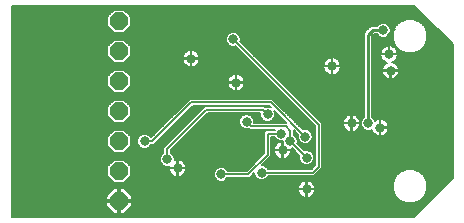
<source format=gbl>
G75*
%MOIN*%
%OFA0B0*%
%FSLAX25Y25*%
%IPPOS*%
%LPD*%
%AMOC8*
5,1,8,0,0,1.08239X$1,22.5*
%
%ADD10OC8,0.05937*%
%ADD11C,0.00600*%
%ADD12C,0.03200*%
%ADD13C,0.01000*%
D10*
X0040300Y0015500D03*
X0040300Y0025500D03*
X0040300Y0035500D03*
X0040300Y0045500D03*
X0040300Y0055500D03*
X0040300Y0065500D03*
X0040300Y0075500D03*
D11*
X0004600Y0010300D02*
X0138554Y0010300D01*
X0151500Y0023246D01*
X0151500Y0067754D01*
X0138554Y0080700D01*
X0004600Y0080700D01*
X0004600Y0010300D01*
X0004600Y0010786D02*
X0139041Y0010786D01*
X0139639Y0011385D02*
X0042221Y0011385D01*
X0042068Y0011231D02*
X0044568Y0013732D01*
X0044568Y0015200D01*
X0040600Y0015200D01*
X0040600Y0015800D01*
X0040000Y0015800D01*
X0040000Y0019768D01*
X0038532Y0019768D01*
X0036031Y0017268D01*
X0036031Y0015800D01*
X0040000Y0015800D01*
X0040000Y0015200D01*
X0036031Y0015200D01*
X0036031Y0013732D01*
X0038532Y0011231D01*
X0040000Y0011231D01*
X0040000Y0015200D01*
X0040600Y0015200D01*
X0040600Y0011231D01*
X0042068Y0011231D01*
X0042820Y0011983D02*
X0140238Y0011983D01*
X0140836Y0012582D02*
X0043418Y0012582D01*
X0044017Y0013180D02*
X0141435Y0013180D01*
X0142033Y0013779D02*
X0044568Y0013779D01*
X0044568Y0014377D02*
X0142632Y0014377D01*
X0143230Y0014976D02*
X0138955Y0014976D01*
X0138441Y0014763D02*
X0140550Y0015636D01*
X0142164Y0017250D01*
X0143037Y0019359D01*
X0143037Y0021641D01*
X0142164Y0023750D01*
X0140550Y0025364D01*
X0138441Y0026237D01*
X0136159Y0026237D01*
X0134050Y0025364D01*
X0132436Y0023750D01*
X0131563Y0021641D01*
X0131563Y0019359D01*
X0132436Y0017250D01*
X0134050Y0015636D01*
X0136159Y0014763D01*
X0138441Y0014763D01*
X0140400Y0015574D02*
X0143829Y0015574D01*
X0144427Y0016173D02*
X0141086Y0016173D01*
X0141685Y0016771D02*
X0145026Y0016771D01*
X0145624Y0017370D02*
X0142213Y0017370D01*
X0142461Y0017968D02*
X0146223Y0017968D01*
X0146821Y0018567D02*
X0142709Y0018567D01*
X0142957Y0019166D02*
X0147420Y0019166D01*
X0148018Y0019764D02*
X0143037Y0019764D01*
X0143037Y0020363D02*
X0148617Y0020363D01*
X0149215Y0020961D02*
X0143037Y0020961D01*
X0143037Y0021560D02*
X0149814Y0021560D01*
X0150412Y0022158D02*
X0142823Y0022158D01*
X0142575Y0022757D02*
X0151011Y0022757D01*
X0151500Y0023355D02*
X0142327Y0023355D01*
X0141960Y0023954D02*
X0151500Y0023954D01*
X0151500Y0024552D02*
X0141361Y0024552D01*
X0140763Y0025151D02*
X0151500Y0025151D01*
X0151500Y0025749D02*
X0139619Y0025749D01*
X0134981Y0025749D02*
X0107246Y0025749D01*
X0106648Y0025151D02*
X0133837Y0025151D01*
X0133239Y0024552D02*
X0106049Y0024552D01*
X0106000Y0024503D02*
X0108000Y0026503D01*
X0108000Y0041497D01*
X0107297Y0042200D01*
X0080710Y0068787D01*
X0080800Y0069003D01*
X0080800Y0069997D01*
X0080419Y0070916D01*
X0079716Y0071619D01*
X0078797Y0072000D01*
X0077803Y0072000D01*
X0076884Y0071619D01*
X0076181Y0070916D01*
X0075800Y0069997D01*
X0075800Y0069003D01*
X0076181Y0068084D01*
X0076884Y0067381D01*
X0077803Y0067000D01*
X0078797Y0067000D01*
X0079013Y0067090D01*
X0105600Y0040503D01*
X0105600Y0027497D01*
X0104303Y0026200D01*
X0090009Y0026200D01*
X0089919Y0026416D01*
X0089216Y0027119D01*
X0088297Y0027500D01*
X0087997Y0027500D01*
X0091000Y0030503D01*
X0091000Y0036800D01*
X0092091Y0036800D01*
X0092181Y0036584D01*
X0092884Y0035881D01*
X0093803Y0035500D01*
X0094797Y0035500D01*
X0094800Y0035501D01*
X0094800Y0035003D01*
X0094900Y0034761D01*
X0094900Y0032600D01*
X0097700Y0032600D01*
X0097700Y0032786D01*
X0097657Y0033000D01*
X0097797Y0033000D01*
X0098013Y0033090D01*
X0100390Y0030713D01*
X0100300Y0030497D01*
X0100300Y0029503D01*
X0100681Y0028584D01*
X0101384Y0027881D01*
X0102303Y0027500D01*
X0103297Y0027500D01*
X0104216Y0027881D01*
X0104919Y0028584D01*
X0105300Y0029503D01*
X0105300Y0030497D01*
X0104919Y0031416D01*
X0104216Y0032119D01*
X0103297Y0032500D01*
X0102303Y0032500D01*
X0102087Y0032410D01*
X0099710Y0034787D01*
X0099800Y0035003D01*
X0099800Y0035997D01*
X0099419Y0036916D01*
X0098716Y0037619D01*
X0098500Y0037709D01*
X0098500Y0039103D01*
X0099890Y0037713D01*
X0099800Y0037497D01*
X0099800Y0036503D01*
X0100181Y0035584D01*
X0100884Y0034881D01*
X0101803Y0034500D01*
X0102797Y0034500D01*
X0103716Y0034881D01*
X0104419Y0035584D01*
X0104800Y0036503D01*
X0104800Y0037497D01*
X0104419Y0038416D01*
X0103716Y0039119D01*
X0102797Y0039500D01*
X0101803Y0039500D01*
X0101587Y0039410D01*
X0091297Y0049700D01*
X0063803Y0049700D01*
X0050949Y0036846D01*
X0050919Y0036916D01*
X0050216Y0037619D01*
X0049297Y0038000D01*
X0048303Y0038000D01*
X0047384Y0037619D01*
X0046681Y0036916D01*
X0046300Y0035997D01*
X0046300Y0035003D01*
X0046681Y0034084D01*
X0047384Y0033381D01*
X0048303Y0033000D01*
X0049297Y0033000D01*
X0050216Y0033381D01*
X0050919Y0034084D01*
X0051009Y0034300D01*
X0051797Y0034300D01*
X0052500Y0035003D01*
X0064797Y0047300D01*
X0090303Y0047300D01*
X0090819Y0046784D01*
X0090297Y0047000D01*
X0089303Y0047000D01*
X0089087Y0046910D01*
X0088797Y0047200D01*
X0068803Y0047200D01*
X0055803Y0034200D01*
X0055100Y0033497D01*
X0055100Y0031709D01*
X0054884Y0031619D01*
X0054181Y0030916D01*
X0053800Y0029997D01*
X0053800Y0029003D01*
X0054181Y0028084D01*
X0054884Y0027381D01*
X0055803Y0027000D01*
X0056797Y0027000D01*
X0056956Y0027066D01*
X0056900Y0026786D01*
X0056900Y0026600D01*
X0059700Y0026600D01*
X0059700Y0029400D01*
X0059514Y0029400D01*
X0058954Y0029289D01*
X0058800Y0029225D01*
X0058800Y0029997D01*
X0058419Y0030916D01*
X0057716Y0031619D01*
X0057500Y0031709D01*
X0057500Y0032503D01*
X0069797Y0044800D01*
X0087300Y0044800D01*
X0087300Y0044003D01*
X0087681Y0043084D01*
X0088384Y0042381D01*
X0089303Y0042000D01*
X0090297Y0042000D01*
X0091216Y0042381D01*
X0091919Y0043084D01*
X0092300Y0044003D01*
X0092300Y0044997D01*
X0092084Y0045519D01*
X0095903Y0041700D01*
X0085300Y0041700D01*
X0085300Y0042497D01*
X0084919Y0043416D01*
X0084216Y0044119D01*
X0083297Y0044500D01*
X0082303Y0044500D01*
X0081384Y0044119D01*
X0080681Y0043416D01*
X0080300Y0042497D01*
X0080300Y0041503D01*
X0080681Y0040584D01*
X0081384Y0039881D01*
X0082303Y0039500D01*
X0083297Y0039500D01*
X0083513Y0039590D01*
X0083803Y0039300D01*
X0092133Y0039300D01*
X0092091Y0039200D01*
X0089303Y0039200D01*
X0088600Y0038497D01*
X0088600Y0031497D01*
X0082803Y0025700D01*
X0076509Y0025700D01*
X0076419Y0025916D01*
X0075716Y0026619D01*
X0074797Y0027000D01*
X0073803Y0027000D01*
X0072884Y0026619D01*
X0072181Y0025916D01*
X0071800Y0024997D01*
X0071800Y0024003D01*
X0072181Y0023084D01*
X0072884Y0022381D01*
X0073803Y0022000D01*
X0074797Y0022000D01*
X0075716Y0022381D01*
X0076419Y0023084D01*
X0076509Y0023300D01*
X0083797Y0023300D01*
X0084500Y0024003D01*
X0085300Y0024803D01*
X0085300Y0024503D01*
X0085681Y0023584D01*
X0086384Y0022881D01*
X0087303Y0022500D01*
X0088297Y0022500D01*
X0089216Y0022881D01*
X0089919Y0023584D01*
X0090009Y0023800D01*
X0105297Y0023800D01*
X0106000Y0024503D01*
X0105451Y0023954D02*
X0132640Y0023954D01*
X0132273Y0023355D02*
X0089691Y0023355D01*
X0088917Y0022757D02*
X0132025Y0022757D01*
X0131777Y0022158D02*
X0103961Y0022158D01*
X0104174Y0022070D02*
X0103646Y0022289D01*
X0103086Y0022400D01*
X0102900Y0022400D01*
X0102900Y0019600D01*
X0105700Y0019600D01*
X0105700Y0019786D01*
X0105589Y0020346D01*
X0105370Y0020874D01*
X0105053Y0021349D01*
X0104649Y0021753D01*
X0104174Y0022070D01*
X0104842Y0021560D02*
X0131563Y0021560D01*
X0131563Y0020961D02*
X0105312Y0020961D01*
X0105582Y0020363D02*
X0131563Y0020363D01*
X0131563Y0019764D02*
X0105700Y0019764D01*
X0105700Y0019400D02*
X0102900Y0019400D01*
X0102900Y0019600D01*
X0102700Y0019600D01*
X0102700Y0022400D01*
X0102514Y0022400D01*
X0101954Y0022289D01*
X0101426Y0022070D01*
X0100951Y0021753D01*
X0100547Y0021349D01*
X0100230Y0020874D01*
X0100011Y0020346D01*
X0099900Y0019786D01*
X0099900Y0019600D01*
X0102700Y0019600D01*
X0102700Y0019400D01*
X0102900Y0019400D01*
X0102900Y0016600D01*
X0103086Y0016600D01*
X0103646Y0016711D01*
X0104174Y0016930D01*
X0104649Y0017247D01*
X0105053Y0017651D01*
X0105370Y0018126D01*
X0105589Y0018654D01*
X0105700Y0019214D01*
X0105700Y0019400D01*
X0105690Y0019166D02*
X0131643Y0019166D01*
X0131891Y0018567D02*
X0105552Y0018567D01*
X0105264Y0017968D02*
X0132139Y0017968D01*
X0132387Y0017370D02*
X0104771Y0017370D01*
X0103791Y0016771D02*
X0132915Y0016771D01*
X0133514Y0016173D02*
X0044568Y0016173D01*
X0044568Y0015800D02*
X0044568Y0017268D01*
X0042068Y0019768D01*
X0040600Y0019768D01*
X0040600Y0015800D01*
X0044568Y0015800D01*
X0044568Y0014976D02*
X0135645Y0014976D01*
X0134200Y0015574D02*
X0040600Y0015574D01*
X0040600Y0014976D02*
X0040000Y0014976D01*
X0040000Y0015574D02*
X0004600Y0015574D01*
X0004600Y0014976D02*
X0036031Y0014976D01*
X0036031Y0014377D02*
X0004600Y0014377D01*
X0004600Y0013779D02*
X0036031Y0013779D01*
X0036583Y0013180D02*
X0004600Y0013180D01*
X0004600Y0012582D02*
X0037182Y0012582D01*
X0037780Y0011983D02*
X0004600Y0011983D01*
X0004600Y0011385D02*
X0038379Y0011385D01*
X0040000Y0011385D02*
X0040600Y0011385D01*
X0040600Y0011983D02*
X0040000Y0011983D01*
X0040000Y0012582D02*
X0040600Y0012582D01*
X0040600Y0013180D02*
X0040000Y0013180D01*
X0040000Y0013779D02*
X0040600Y0013779D01*
X0040600Y0014377D02*
X0040000Y0014377D01*
X0040000Y0016173D02*
X0040600Y0016173D01*
X0040600Y0016771D02*
X0040000Y0016771D01*
X0040000Y0017370D02*
X0040600Y0017370D01*
X0040600Y0017968D02*
X0040000Y0017968D01*
X0040000Y0018567D02*
X0040600Y0018567D01*
X0040600Y0019166D02*
X0040000Y0019166D01*
X0040000Y0019764D02*
X0040600Y0019764D01*
X0042073Y0019764D02*
X0099900Y0019764D01*
X0099900Y0019400D02*
X0099900Y0019214D01*
X0100011Y0018654D01*
X0100230Y0018126D01*
X0100547Y0017651D01*
X0100951Y0017247D01*
X0101426Y0016930D01*
X0101954Y0016711D01*
X0102514Y0016600D01*
X0102700Y0016600D01*
X0102700Y0019400D01*
X0099900Y0019400D01*
X0099910Y0019166D02*
X0042671Y0019166D01*
X0043270Y0018567D02*
X0100048Y0018567D01*
X0100336Y0017968D02*
X0043868Y0017968D01*
X0044467Y0017370D02*
X0100829Y0017370D01*
X0101809Y0016771D02*
X0044568Y0016771D01*
X0038527Y0019764D02*
X0004600Y0019764D01*
X0004600Y0019166D02*
X0037929Y0019166D01*
X0037330Y0018567D02*
X0004600Y0018567D01*
X0004600Y0017968D02*
X0036732Y0017968D01*
X0036133Y0017370D02*
X0004600Y0017370D01*
X0004600Y0016771D02*
X0036031Y0016771D01*
X0036031Y0016173D02*
X0004600Y0016173D01*
X0004600Y0020363D02*
X0100018Y0020363D01*
X0100288Y0020961D02*
X0004600Y0020961D01*
X0004600Y0021560D02*
X0100758Y0021560D01*
X0101639Y0022158D02*
X0075179Y0022158D01*
X0076092Y0022757D02*
X0086683Y0022757D01*
X0085909Y0023355D02*
X0083852Y0023355D01*
X0084451Y0023954D02*
X0085527Y0023954D01*
X0085300Y0024552D02*
X0085049Y0024552D01*
X0083300Y0024500D02*
X0074300Y0024500D01*
X0071800Y0024552D02*
X0061953Y0024552D01*
X0062053Y0024651D02*
X0062370Y0025126D01*
X0062589Y0025654D01*
X0062700Y0026214D01*
X0062700Y0026400D01*
X0059900Y0026400D01*
X0059900Y0026600D01*
X0059700Y0026600D01*
X0059700Y0026400D01*
X0059900Y0026400D01*
X0059900Y0023600D01*
X0060086Y0023600D01*
X0060646Y0023711D01*
X0061174Y0023930D01*
X0061649Y0024247D01*
X0062053Y0024651D01*
X0062380Y0025151D02*
X0071864Y0025151D01*
X0072111Y0025749D02*
X0062607Y0025749D01*
X0062700Y0026348D02*
X0072612Y0026348D01*
X0073673Y0026946D02*
X0062668Y0026946D01*
X0062700Y0026786D02*
X0062589Y0027346D01*
X0062370Y0027874D01*
X0062053Y0028349D01*
X0061649Y0028753D01*
X0061174Y0029070D01*
X0060646Y0029289D01*
X0060086Y0029400D01*
X0059900Y0029400D01*
X0059900Y0026600D01*
X0062700Y0026600D01*
X0062700Y0026786D01*
X0062506Y0027545D02*
X0084648Y0027545D01*
X0085246Y0028143D02*
X0062190Y0028143D01*
X0061660Y0028742D02*
X0085845Y0028742D01*
X0086443Y0029340D02*
X0060386Y0029340D01*
X0059900Y0029340D02*
X0059700Y0029340D01*
X0059214Y0029340D02*
X0058800Y0029340D01*
X0058800Y0029939D02*
X0087042Y0029939D01*
X0087640Y0030537D02*
X0058576Y0030537D01*
X0058200Y0031136D02*
X0088239Y0031136D01*
X0088600Y0031734D02*
X0057500Y0031734D01*
X0057500Y0032333D02*
X0088600Y0032333D01*
X0088600Y0032931D02*
X0057928Y0032931D01*
X0058527Y0033530D02*
X0088600Y0033530D01*
X0088600Y0034128D02*
X0059125Y0034128D01*
X0059724Y0034727D02*
X0088600Y0034727D01*
X0088600Y0035325D02*
X0060322Y0035325D01*
X0060921Y0035924D02*
X0088600Y0035924D01*
X0088600Y0036522D02*
X0061519Y0036522D01*
X0062118Y0037121D02*
X0088600Y0037121D01*
X0088600Y0037719D02*
X0062716Y0037719D01*
X0063315Y0038318D02*
X0088600Y0038318D01*
X0089019Y0038916D02*
X0063913Y0038916D01*
X0064512Y0039515D02*
X0082267Y0039515D01*
X0083333Y0039515D02*
X0083588Y0039515D01*
X0084300Y0040500D02*
X0095800Y0040500D01*
X0097300Y0039000D01*
X0097300Y0035500D01*
X0102800Y0030000D01*
X0100300Y0029939D02*
X0096187Y0029939D01*
X0096174Y0029930D02*
X0096649Y0030247D01*
X0097053Y0030651D01*
X0097370Y0031126D01*
X0097589Y0031654D01*
X0097700Y0032214D01*
X0097700Y0032400D01*
X0094900Y0032400D01*
X0094900Y0032600D01*
X0094700Y0032600D01*
X0094700Y0035400D01*
X0094514Y0035400D01*
X0093954Y0035289D01*
X0093426Y0035070D01*
X0092951Y0034753D01*
X0092547Y0034349D01*
X0092230Y0033874D01*
X0092011Y0033346D01*
X0091900Y0032786D01*
X0091900Y0032600D01*
X0094700Y0032600D01*
X0094700Y0032400D01*
X0094900Y0032400D01*
X0094900Y0029600D01*
X0095086Y0029600D01*
X0095646Y0029711D01*
X0096174Y0029930D01*
X0096938Y0030537D02*
X0100317Y0030537D01*
X0099967Y0031136D02*
X0097374Y0031136D01*
X0097604Y0031734D02*
X0099369Y0031734D01*
X0098770Y0032333D02*
X0097700Y0032333D01*
X0097671Y0032931D02*
X0098172Y0032931D01*
X0100369Y0034128D02*
X0105600Y0034128D01*
X0105600Y0033530D02*
X0100967Y0033530D01*
X0101566Y0032931D02*
X0105600Y0032931D01*
X0105600Y0032333D02*
X0103701Y0032333D01*
X0104601Y0031734D02*
X0105600Y0031734D01*
X0105600Y0031136D02*
X0105036Y0031136D01*
X0105283Y0030537D02*
X0105600Y0030537D01*
X0105600Y0029939D02*
X0105300Y0029939D01*
X0105233Y0029340D02*
X0105600Y0029340D01*
X0105600Y0028742D02*
X0104985Y0028742D01*
X0104479Y0028143D02*
X0105600Y0028143D01*
X0105600Y0027545D02*
X0103405Y0027545D01*
X0102195Y0027545D02*
X0088042Y0027545D01*
X0088640Y0028143D02*
X0101121Y0028143D01*
X0100615Y0028742D02*
X0089239Y0028742D01*
X0089837Y0029340D02*
X0100367Y0029340D01*
X0104451Y0026348D02*
X0089948Y0026348D01*
X0089389Y0026946D02*
X0105049Y0026946D01*
X0106800Y0027000D02*
X0104800Y0025000D01*
X0087800Y0025000D01*
X0084049Y0026946D02*
X0074927Y0026946D01*
X0075988Y0026348D02*
X0083451Y0026348D01*
X0082852Y0025749D02*
X0076489Y0025749D01*
X0073421Y0022158D02*
X0042429Y0022158D01*
X0041902Y0021631D02*
X0044168Y0023898D01*
X0044168Y0027102D01*
X0041902Y0029368D01*
X0038698Y0029368D01*
X0036431Y0027102D01*
X0036431Y0023898D01*
X0038698Y0021631D01*
X0041902Y0021631D01*
X0043027Y0022757D02*
X0072508Y0022757D01*
X0072068Y0023355D02*
X0043626Y0023355D01*
X0044168Y0023954D02*
X0058391Y0023954D01*
X0058426Y0023930D02*
X0058954Y0023711D01*
X0059514Y0023600D01*
X0059700Y0023600D01*
X0059700Y0026400D01*
X0056900Y0026400D01*
X0056900Y0026214D01*
X0057011Y0025654D01*
X0057230Y0025126D01*
X0057547Y0024651D01*
X0057951Y0024247D01*
X0058426Y0023930D01*
X0057647Y0024552D02*
X0044168Y0024552D01*
X0044168Y0025151D02*
X0057220Y0025151D01*
X0056993Y0025749D02*
X0044168Y0025749D01*
X0044168Y0026348D02*
X0056900Y0026348D01*
X0056932Y0026946D02*
X0044168Y0026946D01*
X0043726Y0027545D02*
X0054720Y0027545D01*
X0054156Y0028143D02*
X0043128Y0028143D01*
X0042529Y0028742D02*
X0053908Y0028742D01*
X0053800Y0029340D02*
X0041931Y0029340D01*
X0041902Y0031631D02*
X0038698Y0031631D01*
X0036431Y0033898D01*
X0036431Y0037102D01*
X0038698Y0039368D01*
X0041902Y0039368D01*
X0044168Y0037102D01*
X0044168Y0033898D01*
X0041902Y0031631D01*
X0042005Y0031734D02*
X0055100Y0031734D01*
X0055100Y0032333D02*
X0042604Y0032333D01*
X0043202Y0032931D02*
X0055100Y0032931D01*
X0055133Y0033530D02*
X0050365Y0033530D01*
X0050938Y0034128D02*
X0055731Y0034128D01*
X0056330Y0034727D02*
X0052224Y0034727D01*
X0052822Y0035325D02*
X0056928Y0035325D01*
X0057527Y0035924D02*
X0053421Y0035924D01*
X0054019Y0036522D02*
X0058125Y0036522D01*
X0058724Y0037121D02*
X0054618Y0037121D01*
X0055216Y0037719D02*
X0059322Y0037719D01*
X0059921Y0038318D02*
X0055815Y0038318D01*
X0056413Y0038916D02*
X0060519Y0038916D01*
X0061118Y0039515D02*
X0057012Y0039515D01*
X0057610Y0040113D02*
X0061716Y0040113D01*
X0062315Y0040712D02*
X0058209Y0040712D01*
X0058807Y0041310D02*
X0062913Y0041310D01*
X0063512Y0041909D02*
X0059406Y0041909D01*
X0060004Y0042507D02*
X0064110Y0042507D01*
X0064709Y0043106D02*
X0060603Y0043106D01*
X0061202Y0043704D02*
X0065307Y0043704D01*
X0065906Y0044303D02*
X0061800Y0044303D01*
X0062399Y0044901D02*
X0066504Y0044901D01*
X0067103Y0045500D02*
X0062997Y0045500D01*
X0063596Y0046099D02*
X0067701Y0046099D01*
X0068300Y0046697D02*
X0064194Y0046697D01*
X0064793Y0047296D02*
X0090307Y0047296D01*
X0090800Y0048500D02*
X0102300Y0037000D01*
X0099800Y0037121D02*
X0099215Y0037121D01*
X0099583Y0036522D02*
X0099800Y0036522D01*
X0099800Y0035924D02*
X0100040Y0035924D01*
X0099800Y0035325D02*
X0100439Y0035325D01*
X0099770Y0034727D02*
X0101255Y0034727D01*
X0103345Y0034727D02*
X0105600Y0034727D01*
X0105600Y0035325D02*
X0104161Y0035325D01*
X0104560Y0035924D02*
X0105600Y0035924D01*
X0105600Y0036522D02*
X0104800Y0036522D01*
X0104800Y0037121D02*
X0105600Y0037121D01*
X0105600Y0037719D02*
X0104708Y0037719D01*
X0104460Y0038318D02*
X0105600Y0038318D01*
X0105600Y0038916D02*
X0103919Y0038916D01*
X0105600Y0039515D02*
X0101482Y0039515D01*
X0100884Y0040113D02*
X0105600Y0040113D01*
X0105391Y0040712D02*
X0100285Y0040712D01*
X0099687Y0041310D02*
X0104793Y0041310D01*
X0104194Y0041909D02*
X0099088Y0041909D01*
X0098490Y0042507D02*
X0103595Y0042507D01*
X0102997Y0043106D02*
X0097891Y0043106D01*
X0097293Y0043704D02*
X0102398Y0043704D01*
X0101800Y0044303D02*
X0096694Y0044303D01*
X0096096Y0044901D02*
X0101201Y0044901D01*
X0100603Y0045500D02*
X0095497Y0045500D01*
X0094899Y0046099D02*
X0100004Y0046099D01*
X0099406Y0046697D02*
X0094300Y0046697D01*
X0093702Y0047296D02*
X0098807Y0047296D01*
X0098209Y0047894D02*
X0093103Y0047894D01*
X0092504Y0048493D02*
X0097610Y0048493D01*
X0097012Y0049091D02*
X0091906Y0049091D01*
X0091307Y0049690D02*
X0096413Y0049690D01*
X0095815Y0050288D02*
X0004600Y0050288D01*
X0004600Y0049690D02*
X0063793Y0049690D01*
X0063194Y0049091D02*
X0042180Y0049091D01*
X0041902Y0049368D02*
X0038698Y0049368D01*
X0036431Y0047102D01*
X0036431Y0043898D01*
X0038698Y0041631D01*
X0041902Y0041631D01*
X0044168Y0043898D01*
X0044168Y0047102D01*
X0041902Y0049368D01*
X0042778Y0048493D02*
X0062596Y0048493D01*
X0061997Y0047894D02*
X0043377Y0047894D01*
X0043975Y0047296D02*
X0061398Y0047296D01*
X0060800Y0046697D02*
X0044168Y0046697D01*
X0044168Y0046099D02*
X0060201Y0046099D01*
X0059603Y0045500D02*
X0044168Y0045500D01*
X0044168Y0044901D02*
X0059004Y0044901D01*
X0058406Y0044303D02*
X0044168Y0044303D01*
X0043975Y0043704D02*
X0057807Y0043704D01*
X0057209Y0043106D02*
X0043377Y0043106D01*
X0042778Y0042507D02*
X0056610Y0042507D01*
X0056012Y0041909D02*
X0042180Y0041909D01*
X0038420Y0041909D02*
X0004600Y0041909D01*
X0004600Y0042507D02*
X0037822Y0042507D01*
X0037223Y0043106D02*
X0004600Y0043106D01*
X0004600Y0043704D02*
X0036625Y0043704D01*
X0036431Y0044303D02*
X0004600Y0044303D01*
X0004600Y0044901D02*
X0036431Y0044901D01*
X0036431Y0045500D02*
X0004600Y0045500D01*
X0004600Y0046099D02*
X0036431Y0046099D01*
X0036431Y0046697D02*
X0004600Y0046697D01*
X0004600Y0047296D02*
X0036625Y0047296D01*
X0037223Y0047894D02*
X0004600Y0047894D01*
X0004600Y0048493D02*
X0037822Y0048493D01*
X0038420Y0049091D02*
X0004600Y0049091D01*
X0004600Y0050887D02*
X0095216Y0050887D01*
X0094618Y0051485D02*
X0004600Y0051485D01*
X0004600Y0052084D02*
X0038245Y0052084D01*
X0038698Y0051631D02*
X0041902Y0051631D01*
X0044168Y0053898D01*
X0044168Y0057102D01*
X0041902Y0059368D01*
X0038698Y0059368D01*
X0036431Y0057102D01*
X0036431Y0053898D01*
X0038698Y0051631D01*
X0037647Y0052682D02*
X0004600Y0052682D01*
X0004600Y0053281D02*
X0037048Y0053281D01*
X0036450Y0053879D02*
X0004600Y0053879D01*
X0004600Y0054478D02*
X0036431Y0054478D01*
X0036431Y0055076D02*
X0004600Y0055076D01*
X0004600Y0055675D02*
X0036431Y0055675D01*
X0036431Y0056273D02*
X0004600Y0056273D01*
X0004600Y0056872D02*
X0036431Y0056872D01*
X0036799Y0057470D02*
X0004600Y0057470D01*
X0004600Y0058069D02*
X0037398Y0058069D01*
X0037996Y0058667D02*
X0004600Y0058667D01*
X0004600Y0059266D02*
X0038595Y0059266D01*
X0038698Y0061631D02*
X0041902Y0061631D01*
X0044168Y0063898D01*
X0044168Y0067102D01*
X0041902Y0069368D01*
X0038698Y0069368D01*
X0036431Y0067102D01*
X0036431Y0063898D01*
X0038698Y0061631D01*
X0038669Y0061660D02*
X0004600Y0061660D01*
X0004600Y0062258D02*
X0038071Y0062258D01*
X0037472Y0062857D02*
X0004600Y0062857D01*
X0004600Y0063455D02*
X0036874Y0063455D01*
X0036431Y0064054D02*
X0004600Y0064054D01*
X0004600Y0064652D02*
X0036431Y0064652D01*
X0036431Y0065251D02*
X0004600Y0065251D01*
X0004600Y0065849D02*
X0036431Y0065849D01*
X0036431Y0066448D02*
X0004600Y0066448D01*
X0004600Y0067046D02*
X0036431Y0067046D01*
X0036974Y0067645D02*
X0004600Y0067645D01*
X0004600Y0068243D02*
X0037573Y0068243D01*
X0038171Y0068842D02*
X0004600Y0068842D01*
X0004600Y0069440D02*
X0075800Y0069440D01*
X0075817Y0070039D02*
X0004600Y0070039D01*
X0004600Y0070637D02*
X0076065Y0070637D01*
X0076500Y0071236D02*
X0004600Y0071236D01*
X0004600Y0071834D02*
X0038495Y0071834D01*
X0038698Y0071631D02*
X0041902Y0071631D01*
X0044168Y0073898D01*
X0044168Y0077102D01*
X0041902Y0079368D01*
X0038698Y0079368D01*
X0036431Y0077102D01*
X0036431Y0073898D01*
X0038698Y0071631D01*
X0037896Y0072433D02*
X0004600Y0072433D01*
X0004600Y0073032D02*
X0037298Y0073032D01*
X0036699Y0073630D02*
X0004600Y0073630D01*
X0004600Y0074229D02*
X0036431Y0074229D01*
X0036431Y0074827D02*
X0004600Y0074827D01*
X0004600Y0075426D02*
X0036431Y0075426D01*
X0036431Y0076024D02*
X0004600Y0076024D01*
X0004600Y0076623D02*
X0036431Y0076623D01*
X0036550Y0077221D02*
X0004600Y0077221D01*
X0004600Y0077820D02*
X0037149Y0077820D01*
X0037747Y0078418D02*
X0004600Y0078418D01*
X0004600Y0079017D02*
X0038346Y0079017D01*
X0042254Y0079017D02*
X0140238Y0079017D01*
X0139639Y0079615D02*
X0004600Y0079615D01*
X0004600Y0080214D02*
X0139041Y0080214D01*
X0140836Y0078418D02*
X0042853Y0078418D01*
X0043451Y0077820D02*
X0141435Y0077820D01*
X0142033Y0077221D02*
X0044050Y0077221D01*
X0044168Y0076623D02*
X0142632Y0076623D01*
X0143230Y0076024D02*
X0138955Y0076024D01*
X0138441Y0076237D02*
X0136159Y0076237D01*
X0134050Y0075364D01*
X0132436Y0073750D01*
X0131563Y0071641D01*
X0131563Y0069359D01*
X0132436Y0067250D01*
X0134050Y0065636D01*
X0136159Y0064763D01*
X0138441Y0064763D01*
X0140550Y0065636D01*
X0142164Y0067250D01*
X0143037Y0069359D01*
X0143037Y0071641D01*
X0142164Y0073750D01*
X0140550Y0075364D01*
X0138441Y0076237D01*
X0140400Y0075426D02*
X0143829Y0075426D01*
X0144427Y0074827D02*
X0141086Y0074827D01*
X0141685Y0074229D02*
X0145026Y0074229D01*
X0145624Y0073630D02*
X0142213Y0073630D01*
X0142461Y0073032D02*
X0146223Y0073032D01*
X0146821Y0072433D02*
X0142709Y0072433D01*
X0142957Y0071834D02*
X0147420Y0071834D01*
X0148018Y0071236D02*
X0143037Y0071236D01*
X0143037Y0070637D02*
X0148617Y0070637D01*
X0149215Y0070039D02*
X0143037Y0070039D01*
X0143037Y0069440D02*
X0149814Y0069440D01*
X0150412Y0068842D02*
X0142823Y0068842D01*
X0142575Y0068243D02*
X0151011Y0068243D01*
X0151500Y0067645D02*
X0142327Y0067645D01*
X0141960Y0067046D02*
X0151500Y0067046D01*
X0151500Y0066448D02*
X0141361Y0066448D01*
X0140763Y0065849D02*
X0151500Y0065849D01*
X0151500Y0065251D02*
X0139619Y0065251D01*
X0134981Y0065251D02*
X0133107Y0065251D01*
X0133089Y0065346D02*
X0132870Y0065874D01*
X0132553Y0066349D01*
X0132149Y0066753D01*
X0131674Y0067070D01*
X0131146Y0067289D01*
X0130586Y0067400D01*
X0130400Y0067400D01*
X0130400Y0064600D01*
X0130200Y0064600D01*
X0130200Y0067400D01*
X0130014Y0067400D01*
X0129454Y0067289D01*
X0128926Y0067070D01*
X0128451Y0066753D01*
X0128047Y0066349D01*
X0127730Y0065874D01*
X0127511Y0065346D01*
X0127400Y0064786D01*
X0127400Y0064600D01*
X0130200Y0064600D01*
X0130200Y0064400D01*
X0127400Y0064400D01*
X0127400Y0064214D01*
X0127511Y0063654D01*
X0127730Y0063126D01*
X0128047Y0062651D01*
X0128451Y0062247D01*
X0128926Y0061930D01*
X0129454Y0061711D01*
X0129666Y0061669D01*
X0129426Y0061570D01*
X0128951Y0061253D01*
X0128547Y0060849D01*
X0128230Y0060374D01*
X0128011Y0059846D01*
X0127900Y0059286D01*
X0127900Y0059100D01*
X0130700Y0059100D01*
X0130700Y0058900D01*
X0127900Y0058900D01*
X0127900Y0058714D01*
X0128011Y0058154D01*
X0128230Y0057626D01*
X0128547Y0057151D01*
X0128951Y0056747D01*
X0129426Y0056430D01*
X0129954Y0056211D01*
X0130514Y0056100D01*
X0130700Y0056100D01*
X0130700Y0058900D01*
X0130900Y0058900D01*
X0130900Y0059100D01*
X0133700Y0059100D01*
X0133700Y0059286D01*
X0133589Y0059846D01*
X0133370Y0060374D01*
X0133053Y0060849D01*
X0132649Y0061253D01*
X0132174Y0061570D01*
X0131646Y0061789D01*
X0131434Y0061831D01*
X0131674Y0061930D01*
X0132149Y0062247D01*
X0132553Y0062651D01*
X0132870Y0063126D01*
X0133089Y0063654D01*
X0133200Y0064214D01*
X0133200Y0064400D01*
X0130400Y0064400D01*
X0130400Y0064600D01*
X0133200Y0064600D01*
X0133200Y0064786D01*
X0133089Y0065346D01*
X0132880Y0065849D02*
X0133837Y0065849D01*
X0133239Y0066448D02*
X0132453Y0066448D01*
X0132640Y0067046D02*
X0131709Y0067046D01*
X0132273Y0067645D02*
X0124700Y0067645D01*
X0124700Y0068243D02*
X0132025Y0068243D01*
X0131777Y0068842D02*
X0124700Y0068842D01*
X0124700Y0069440D02*
X0131563Y0069440D01*
X0131563Y0070039D02*
X0128891Y0070039D01*
X0128797Y0070000D02*
X0129716Y0070381D01*
X0130419Y0071084D01*
X0130800Y0072003D01*
X0130800Y0072997D01*
X0130419Y0073916D01*
X0129716Y0074619D01*
X0128797Y0075000D01*
X0127803Y0075000D01*
X0126884Y0074619D01*
X0126181Y0073916D01*
X0126174Y0073900D01*
X0124220Y0073900D01*
X0122720Y0072400D01*
X0121900Y0071580D01*
X0121900Y0043626D01*
X0121884Y0043619D01*
X0121181Y0042916D01*
X0120800Y0041997D01*
X0120800Y0041003D01*
X0121181Y0040084D01*
X0121884Y0039381D01*
X0122803Y0039000D01*
X0123797Y0039000D01*
X0124485Y0039285D01*
X0124511Y0039154D01*
X0124730Y0038626D01*
X0125047Y0038151D01*
X0125451Y0037747D01*
X0125926Y0037430D01*
X0126454Y0037211D01*
X0127014Y0037100D01*
X0127200Y0037100D01*
X0127200Y0039900D01*
X0127400Y0039900D01*
X0127400Y0040100D01*
X0130200Y0040100D01*
X0130200Y0040286D01*
X0130089Y0040846D01*
X0129870Y0041374D01*
X0129553Y0041849D01*
X0129149Y0042253D01*
X0128674Y0042570D01*
X0128146Y0042789D01*
X0127586Y0042900D01*
X0127400Y0042900D01*
X0127400Y0040100D01*
X0127200Y0040100D01*
X0127200Y0042900D01*
X0127014Y0042900D01*
X0126454Y0042789D01*
X0125926Y0042570D01*
X0125642Y0042380D01*
X0125419Y0042916D01*
X0124716Y0043619D01*
X0124700Y0043626D01*
X0124700Y0070420D01*
X0125380Y0071100D01*
X0126174Y0071100D01*
X0126181Y0071084D01*
X0126884Y0070381D01*
X0127803Y0070000D01*
X0128797Y0070000D01*
X0127709Y0070039D02*
X0124700Y0070039D01*
X0124917Y0070637D02*
X0126627Y0070637D01*
X0129973Y0070637D02*
X0131563Y0070637D01*
X0131563Y0071236D02*
X0130482Y0071236D01*
X0130730Y0071834D02*
X0131643Y0071834D01*
X0131891Y0072433D02*
X0130800Y0072433D01*
X0130786Y0073032D02*
X0132139Y0073032D01*
X0132387Y0073630D02*
X0130538Y0073630D01*
X0130107Y0074229D02*
X0132915Y0074229D01*
X0133514Y0074827D02*
X0129215Y0074827D01*
X0127385Y0074827D02*
X0044168Y0074827D01*
X0044168Y0074229D02*
X0126493Y0074229D01*
X0123950Y0073630D02*
X0043901Y0073630D01*
X0043302Y0073032D02*
X0123352Y0073032D01*
X0122753Y0072433D02*
X0042704Y0072433D01*
X0042105Y0071834D02*
X0077403Y0071834D01*
X0079197Y0071834D02*
X0122155Y0071834D01*
X0121900Y0071236D02*
X0080100Y0071236D01*
X0080535Y0070637D02*
X0121900Y0070637D01*
X0121900Y0070039D02*
X0080783Y0070039D01*
X0080800Y0069440D02*
X0121900Y0069440D01*
X0121900Y0068842D02*
X0080733Y0068842D01*
X0081254Y0068243D02*
X0121900Y0068243D01*
X0121900Y0067645D02*
X0081852Y0067645D01*
X0082451Y0067046D02*
X0121900Y0067046D01*
X0121900Y0066448D02*
X0083049Y0066448D01*
X0083648Y0065849D02*
X0121900Y0065849D01*
X0121900Y0065251D02*
X0084246Y0065251D01*
X0084845Y0064652D02*
X0121900Y0064652D01*
X0121900Y0064054D02*
X0085443Y0064054D01*
X0086042Y0063455D02*
X0121900Y0063455D01*
X0121900Y0062857D02*
X0112993Y0062857D01*
X0113149Y0062753D02*
X0112674Y0063070D01*
X0112146Y0063289D01*
X0111586Y0063400D01*
X0111400Y0063400D01*
X0111400Y0060600D01*
X0114200Y0060600D01*
X0114200Y0060786D01*
X0114089Y0061346D01*
X0113870Y0061874D01*
X0113553Y0062349D01*
X0113149Y0062753D01*
X0113613Y0062258D02*
X0121900Y0062258D01*
X0121900Y0061660D02*
X0113959Y0061660D01*
X0114145Y0061061D02*
X0121900Y0061061D01*
X0121900Y0060463D02*
X0111400Y0060463D01*
X0111400Y0060400D02*
X0111400Y0060600D01*
X0111200Y0060600D01*
X0111200Y0063400D01*
X0111014Y0063400D01*
X0110454Y0063289D01*
X0109926Y0063070D01*
X0109451Y0062753D01*
X0109047Y0062349D01*
X0108730Y0061874D01*
X0108511Y0061346D01*
X0108400Y0060786D01*
X0108400Y0060600D01*
X0111200Y0060600D01*
X0111200Y0060400D01*
X0111400Y0060400D01*
X0114200Y0060400D01*
X0114200Y0060214D01*
X0114089Y0059654D01*
X0113870Y0059126D01*
X0113553Y0058651D01*
X0113149Y0058247D01*
X0112674Y0057930D01*
X0112146Y0057711D01*
X0111586Y0057600D01*
X0111400Y0057600D01*
X0111400Y0060400D01*
X0111200Y0060400D02*
X0111200Y0057600D01*
X0111014Y0057600D01*
X0110454Y0057711D01*
X0109926Y0057930D01*
X0109451Y0058247D01*
X0109047Y0058651D01*
X0108730Y0059126D01*
X0108511Y0059654D01*
X0108400Y0060214D01*
X0108400Y0060400D01*
X0111200Y0060400D01*
X0111200Y0060463D02*
X0089034Y0060463D01*
X0088436Y0061061D02*
X0108455Y0061061D01*
X0108641Y0061660D02*
X0087837Y0061660D01*
X0087239Y0062258D02*
X0108987Y0062258D01*
X0109607Y0062857D02*
X0086640Y0062857D01*
X0085042Y0061061D02*
X0066463Y0061061D01*
X0066553Y0061151D02*
X0066870Y0061626D01*
X0067089Y0062154D01*
X0067200Y0062714D01*
X0067200Y0062900D01*
X0064400Y0062900D01*
X0064400Y0063100D01*
X0067200Y0063100D01*
X0067200Y0063286D01*
X0067089Y0063846D01*
X0066870Y0064374D01*
X0066553Y0064849D01*
X0066149Y0065253D01*
X0065674Y0065570D01*
X0065146Y0065789D01*
X0064586Y0065900D01*
X0064400Y0065900D01*
X0064400Y0063100D01*
X0064200Y0063100D01*
X0064200Y0065900D01*
X0064014Y0065900D01*
X0063454Y0065789D01*
X0062926Y0065570D01*
X0062451Y0065253D01*
X0062047Y0064849D01*
X0061730Y0064374D01*
X0061511Y0063846D01*
X0061400Y0063286D01*
X0061400Y0063100D01*
X0064200Y0063100D01*
X0064200Y0062900D01*
X0064400Y0062900D01*
X0064400Y0060100D01*
X0064586Y0060100D01*
X0065146Y0060211D01*
X0065674Y0060430D01*
X0066149Y0060747D01*
X0066553Y0061151D01*
X0066884Y0061660D02*
X0084443Y0061660D01*
X0083845Y0062258D02*
X0067109Y0062258D01*
X0067200Y0062857D02*
X0083246Y0062857D01*
X0082648Y0063455D02*
X0067166Y0063455D01*
X0067002Y0064054D02*
X0082049Y0064054D01*
X0081451Y0064652D02*
X0066684Y0064652D01*
X0066150Y0065251D02*
X0080852Y0065251D01*
X0080254Y0065849D02*
X0064840Y0065849D01*
X0064400Y0065849D02*
X0064200Y0065849D01*
X0063760Y0065849D02*
X0044168Y0065849D01*
X0044168Y0065251D02*
X0062450Y0065251D01*
X0061916Y0064652D02*
X0044168Y0064652D01*
X0044168Y0064054D02*
X0061598Y0064054D01*
X0061434Y0063455D02*
X0043726Y0063455D01*
X0043128Y0062857D02*
X0061400Y0062857D01*
X0061400Y0062900D02*
X0061400Y0062714D01*
X0061511Y0062154D01*
X0061730Y0061626D01*
X0062047Y0061151D01*
X0062451Y0060747D01*
X0062926Y0060430D01*
X0063454Y0060211D01*
X0064014Y0060100D01*
X0064200Y0060100D01*
X0064200Y0062900D01*
X0061400Y0062900D01*
X0061491Y0062258D02*
X0042529Y0062258D01*
X0041931Y0061660D02*
X0061716Y0061660D01*
X0062137Y0061061D02*
X0004600Y0061061D01*
X0004600Y0060463D02*
X0062877Y0060463D01*
X0064200Y0060463D02*
X0064400Y0060463D01*
X0064400Y0061061D02*
X0064200Y0061061D01*
X0064200Y0061660D02*
X0064400Y0061660D01*
X0064400Y0062258D02*
X0064200Y0062258D01*
X0064200Y0062857D02*
X0064400Y0062857D01*
X0064400Y0063455D02*
X0064200Y0063455D01*
X0064200Y0064054D02*
X0064400Y0064054D01*
X0064400Y0064652D02*
X0064200Y0064652D01*
X0064200Y0065251D02*
X0064400Y0065251D01*
X0065723Y0060463D02*
X0085640Y0060463D01*
X0086239Y0059864D02*
X0004600Y0059864D01*
X0004600Y0041310D02*
X0055413Y0041310D01*
X0054815Y0040712D02*
X0004600Y0040712D01*
X0004600Y0040113D02*
X0054216Y0040113D01*
X0053618Y0039515D02*
X0004600Y0039515D01*
X0004600Y0038916D02*
X0038245Y0038916D01*
X0037647Y0038318D02*
X0004600Y0038318D01*
X0004600Y0037719D02*
X0037048Y0037719D01*
X0036450Y0037121D02*
X0004600Y0037121D01*
X0004600Y0036522D02*
X0036431Y0036522D01*
X0036431Y0035924D02*
X0004600Y0035924D01*
X0004600Y0035325D02*
X0036431Y0035325D01*
X0036431Y0034727D02*
X0004600Y0034727D01*
X0004600Y0034128D02*
X0036431Y0034128D01*
X0036799Y0033530D02*
X0004600Y0033530D01*
X0004600Y0032931D02*
X0037398Y0032931D01*
X0037996Y0032333D02*
X0004600Y0032333D01*
X0004600Y0031734D02*
X0038595Y0031734D01*
X0038669Y0029340D02*
X0004600Y0029340D01*
X0004600Y0028742D02*
X0038071Y0028742D01*
X0037472Y0028143D02*
X0004600Y0028143D01*
X0004600Y0027545D02*
X0036874Y0027545D01*
X0036431Y0026946D02*
X0004600Y0026946D01*
X0004600Y0026348D02*
X0036431Y0026348D01*
X0036431Y0025749D02*
X0004600Y0025749D01*
X0004600Y0025151D02*
X0036431Y0025151D01*
X0036431Y0024552D02*
X0004600Y0024552D01*
X0004600Y0023954D02*
X0036431Y0023954D01*
X0036974Y0023355D02*
X0004600Y0023355D01*
X0004600Y0022757D02*
X0037573Y0022757D01*
X0038171Y0022158D02*
X0004600Y0022158D01*
X0004600Y0029939D02*
X0053800Y0029939D01*
X0054024Y0030537D02*
X0004600Y0030537D01*
X0004600Y0031136D02*
X0054400Y0031136D01*
X0056300Y0029500D02*
X0056300Y0033000D01*
X0069300Y0046000D01*
X0088300Y0046000D01*
X0089800Y0044500D01*
X0092092Y0045500D02*
X0092103Y0045500D01*
X0092300Y0044901D02*
X0092701Y0044901D01*
X0092300Y0044303D02*
X0093300Y0044303D01*
X0093898Y0043704D02*
X0092176Y0043704D01*
X0091929Y0043106D02*
X0094497Y0043106D01*
X0095096Y0042507D02*
X0091343Y0042507D01*
X0088257Y0042507D02*
X0085296Y0042507D01*
X0085300Y0041909D02*
X0095694Y0041909D01*
X0098500Y0038916D02*
X0098687Y0038916D01*
X0098500Y0038318D02*
X0099285Y0038318D01*
X0099884Y0037719D02*
X0098500Y0037719D01*
X0094300Y0038000D02*
X0089800Y0038000D01*
X0089800Y0031000D01*
X0083300Y0024500D01*
X0090436Y0029939D02*
X0093413Y0029939D01*
X0093426Y0029930D02*
X0093954Y0029711D01*
X0094514Y0029600D01*
X0094700Y0029600D01*
X0094700Y0032400D01*
X0091900Y0032400D01*
X0091900Y0032214D01*
X0092011Y0031654D01*
X0092230Y0031126D01*
X0092547Y0030651D01*
X0092951Y0030247D01*
X0093426Y0029930D01*
X0092662Y0030537D02*
X0091000Y0030537D01*
X0091000Y0031136D02*
X0092226Y0031136D01*
X0091995Y0031734D02*
X0091000Y0031734D01*
X0091000Y0032333D02*
X0091900Y0032333D01*
X0091929Y0032931D02*
X0091000Y0032931D01*
X0091000Y0033530D02*
X0092088Y0033530D01*
X0092400Y0034128D02*
X0091000Y0034128D01*
X0091000Y0034727D02*
X0092926Y0034727D01*
X0092841Y0035924D02*
X0091000Y0035924D01*
X0091000Y0036522D02*
X0092242Y0036522D01*
X0091000Y0035325D02*
X0094139Y0035325D01*
X0094700Y0035325D02*
X0094800Y0035325D01*
X0094700Y0034727D02*
X0094900Y0034727D01*
X0094900Y0034128D02*
X0094700Y0034128D01*
X0094700Y0033530D02*
X0094900Y0033530D01*
X0094900Y0032931D02*
X0094700Y0032931D01*
X0094700Y0032333D02*
X0094900Y0032333D01*
X0094900Y0031734D02*
X0094700Y0031734D01*
X0094700Y0031136D02*
X0094900Y0031136D01*
X0094900Y0030537D02*
X0094700Y0030537D01*
X0094700Y0029939D02*
X0094900Y0029939D01*
X0102700Y0022158D02*
X0102900Y0022158D01*
X0102900Y0021560D02*
X0102700Y0021560D01*
X0102700Y0020961D02*
X0102900Y0020961D01*
X0102900Y0020363D02*
X0102700Y0020363D01*
X0102700Y0019764D02*
X0102900Y0019764D01*
X0102900Y0019166D02*
X0102700Y0019166D01*
X0102700Y0018567D02*
X0102900Y0018567D01*
X0102900Y0017968D02*
X0102700Y0017968D01*
X0102700Y0017370D02*
X0102900Y0017370D01*
X0102900Y0016771D02*
X0102700Y0016771D01*
X0107845Y0026348D02*
X0151500Y0026348D01*
X0151500Y0026946D02*
X0108000Y0026946D01*
X0108000Y0027545D02*
X0151500Y0027545D01*
X0151500Y0028143D02*
X0108000Y0028143D01*
X0108000Y0028742D02*
X0151500Y0028742D01*
X0151500Y0029340D02*
X0108000Y0029340D01*
X0108000Y0029939D02*
X0151500Y0029939D01*
X0151500Y0030537D02*
X0108000Y0030537D01*
X0108000Y0031136D02*
X0151500Y0031136D01*
X0151500Y0031734D02*
X0108000Y0031734D01*
X0108000Y0032333D02*
X0151500Y0032333D01*
X0151500Y0032931D02*
X0108000Y0032931D01*
X0108000Y0033530D02*
X0151500Y0033530D01*
X0151500Y0034128D02*
X0108000Y0034128D01*
X0108000Y0034727D02*
X0151500Y0034727D01*
X0151500Y0035325D02*
X0108000Y0035325D01*
X0108000Y0035924D02*
X0151500Y0035924D01*
X0151500Y0036522D02*
X0108000Y0036522D01*
X0108000Y0037121D02*
X0126910Y0037121D01*
X0127200Y0037121D02*
X0127400Y0037121D01*
X0127400Y0037100D02*
X0127586Y0037100D01*
X0128146Y0037211D01*
X0128674Y0037430D01*
X0129149Y0037747D01*
X0129553Y0038151D01*
X0129870Y0038626D01*
X0130089Y0039154D01*
X0130200Y0039714D01*
X0130200Y0039900D01*
X0127400Y0039900D01*
X0127400Y0037100D01*
X0127690Y0037121D02*
X0151500Y0037121D01*
X0151500Y0037719D02*
X0129107Y0037719D01*
X0129664Y0038318D02*
X0151500Y0038318D01*
X0151500Y0038916D02*
X0129990Y0038916D01*
X0130160Y0039515D02*
X0151500Y0039515D01*
X0151500Y0040113D02*
X0130200Y0040113D01*
X0130115Y0040712D02*
X0151500Y0040712D01*
X0151500Y0041310D02*
X0129896Y0041310D01*
X0129492Y0041909D02*
X0151500Y0041909D01*
X0151500Y0042507D02*
X0128767Y0042507D01*
X0127400Y0042507D02*
X0127200Y0042507D01*
X0127200Y0041909D02*
X0127400Y0041909D01*
X0127400Y0041310D02*
X0127200Y0041310D01*
X0127200Y0040712D02*
X0127400Y0040712D01*
X0127400Y0040113D02*
X0127200Y0040113D01*
X0127200Y0039515D02*
X0127400Y0039515D01*
X0127400Y0038916D02*
X0127200Y0038916D01*
X0127200Y0038318D02*
X0127400Y0038318D01*
X0127400Y0037719D02*
X0127200Y0037719D01*
X0125493Y0037719D02*
X0108000Y0037719D01*
X0108000Y0038318D02*
X0124936Y0038318D01*
X0124610Y0038916D02*
X0119141Y0038916D01*
X0119174Y0038930D02*
X0119649Y0039247D01*
X0120053Y0039651D01*
X0120370Y0040126D01*
X0120589Y0040654D01*
X0120700Y0041214D01*
X0120700Y0041400D01*
X0117900Y0041400D01*
X0117900Y0041600D01*
X0120700Y0041600D01*
X0120700Y0041786D01*
X0120589Y0042346D01*
X0120370Y0042874D01*
X0120053Y0043349D01*
X0119649Y0043753D01*
X0119174Y0044070D01*
X0118646Y0044289D01*
X0118086Y0044400D01*
X0117900Y0044400D01*
X0117900Y0041600D01*
X0117700Y0041600D01*
X0117700Y0044400D01*
X0117514Y0044400D01*
X0116954Y0044289D01*
X0116426Y0044070D01*
X0115951Y0043753D01*
X0115547Y0043349D01*
X0115230Y0042874D01*
X0115011Y0042346D01*
X0114900Y0041786D01*
X0114900Y0041600D01*
X0117700Y0041600D01*
X0117700Y0041400D01*
X0117900Y0041400D01*
X0117900Y0038600D01*
X0118086Y0038600D01*
X0118646Y0038711D01*
X0119174Y0038930D01*
X0119916Y0039515D02*
X0121750Y0039515D01*
X0121168Y0040113D02*
X0120361Y0040113D01*
X0120600Y0040712D02*
X0120920Y0040712D01*
X0120800Y0041310D02*
X0120700Y0041310D01*
X0120675Y0041909D02*
X0120800Y0041909D01*
X0121011Y0042507D02*
X0120522Y0042507D01*
X0120215Y0043106D02*
X0121370Y0043106D01*
X0121900Y0043704D02*
X0119697Y0043704D01*
X0118573Y0044303D02*
X0121900Y0044303D01*
X0121900Y0044901D02*
X0104596Y0044901D01*
X0105194Y0044303D02*
X0117027Y0044303D01*
X0117700Y0044303D02*
X0117900Y0044303D01*
X0117900Y0043704D02*
X0117700Y0043704D01*
X0117700Y0043106D02*
X0117900Y0043106D01*
X0117900Y0042507D02*
X0117700Y0042507D01*
X0117700Y0041909D02*
X0117900Y0041909D01*
X0117700Y0041400D02*
X0114900Y0041400D01*
X0114900Y0041214D01*
X0115011Y0040654D01*
X0115230Y0040126D01*
X0115547Y0039651D01*
X0115951Y0039247D01*
X0116426Y0038930D01*
X0116954Y0038711D01*
X0117514Y0038600D01*
X0117700Y0038600D01*
X0117700Y0041400D01*
X0117700Y0041310D02*
X0117900Y0041310D01*
X0117900Y0040712D02*
X0117700Y0040712D01*
X0117700Y0040113D02*
X0117900Y0040113D01*
X0117900Y0039515D02*
X0117700Y0039515D01*
X0117700Y0038916D02*
X0117900Y0038916D01*
X0116459Y0038916D02*
X0108000Y0038916D01*
X0108000Y0039515D02*
X0115684Y0039515D01*
X0115239Y0040113D02*
X0108000Y0040113D01*
X0108000Y0040712D02*
X0115000Y0040712D01*
X0114900Y0041310D02*
X0108000Y0041310D01*
X0107588Y0041909D02*
X0114925Y0041909D01*
X0115078Y0042507D02*
X0106990Y0042507D01*
X0106391Y0043106D02*
X0115385Y0043106D01*
X0115903Y0043704D02*
X0105793Y0043704D01*
X0103997Y0045500D02*
X0121900Y0045500D01*
X0121900Y0046099D02*
X0103399Y0046099D01*
X0102800Y0046697D02*
X0121900Y0046697D01*
X0121900Y0047296D02*
X0102202Y0047296D01*
X0101603Y0047894D02*
X0121900Y0047894D01*
X0121900Y0048493D02*
X0101004Y0048493D01*
X0100406Y0049091D02*
X0121900Y0049091D01*
X0121900Y0049690D02*
X0099807Y0049690D01*
X0099209Y0050288D02*
X0121900Y0050288D01*
X0121900Y0050887D02*
X0098610Y0050887D01*
X0098012Y0051485D02*
X0121900Y0051485D01*
X0121900Y0052084D02*
X0097413Y0052084D01*
X0096815Y0052682D02*
X0121900Y0052682D01*
X0121900Y0053281D02*
X0096216Y0053281D01*
X0095618Y0053879D02*
X0121900Y0053879D01*
X0121900Y0054478D02*
X0095019Y0054478D01*
X0094421Y0055076D02*
X0121900Y0055076D01*
X0121900Y0055675D02*
X0093822Y0055675D01*
X0093224Y0056273D02*
X0121900Y0056273D01*
X0121900Y0056872D02*
X0092625Y0056872D01*
X0092027Y0057470D02*
X0121900Y0057470D01*
X0121900Y0058069D02*
X0112881Y0058069D01*
X0113563Y0058667D02*
X0121900Y0058667D01*
X0121900Y0059266D02*
X0113928Y0059266D01*
X0114130Y0059864D02*
X0121900Y0059864D01*
X0124700Y0059864D02*
X0128019Y0059864D01*
X0127900Y0059266D02*
X0124700Y0059266D01*
X0124700Y0058667D02*
X0127909Y0058667D01*
X0128047Y0058069D02*
X0124700Y0058069D01*
X0124700Y0057470D02*
X0128334Y0057470D01*
X0128827Y0056872D02*
X0124700Y0056872D01*
X0124700Y0056273D02*
X0129805Y0056273D01*
X0130700Y0056273D02*
X0130900Y0056273D01*
X0130900Y0056100D02*
X0131086Y0056100D01*
X0131646Y0056211D01*
X0132174Y0056430D01*
X0132649Y0056747D01*
X0133053Y0057151D01*
X0133370Y0057626D01*
X0133589Y0058154D01*
X0133700Y0058714D01*
X0133700Y0058900D01*
X0130900Y0058900D01*
X0130900Y0056100D01*
X0130900Y0056872D02*
X0130700Y0056872D01*
X0130700Y0057470D02*
X0130900Y0057470D01*
X0130900Y0058069D02*
X0130700Y0058069D01*
X0130700Y0058667D02*
X0130900Y0058667D01*
X0128290Y0060463D02*
X0124700Y0060463D01*
X0124700Y0061061D02*
X0128760Y0061061D01*
X0129643Y0061660D02*
X0124700Y0061660D01*
X0124700Y0062258D02*
X0128440Y0062258D01*
X0127910Y0062857D02*
X0124700Y0062857D01*
X0124700Y0063455D02*
X0127594Y0063455D01*
X0127432Y0064054D02*
X0124700Y0064054D01*
X0124700Y0064652D02*
X0127400Y0064652D01*
X0127493Y0065251D02*
X0124700Y0065251D01*
X0124700Y0065849D02*
X0127720Y0065849D01*
X0128147Y0066448D02*
X0124700Y0066448D01*
X0124700Y0067046D02*
X0128891Y0067046D01*
X0130200Y0067046D02*
X0130400Y0067046D01*
X0130400Y0066448D02*
X0130200Y0066448D01*
X0130200Y0065849D02*
X0130400Y0065849D01*
X0130400Y0065251D02*
X0130200Y0065251D01*
X0130200Y0064652D02*
X0130400Y0064652D01*
X0132690Y0062857D02*
X0151500Y0062857D01*
X0151500Y0063455D02*
X0133006Y0063455D01*
X0133168Y0064054D02*
X0151500Y0064054D01*
X0151500Y0064652D02*
X0133200Y0064652D01*
X0132160Y0062258D02*
X0151500Y0062258D01*
X0151500Y0061660D02*
X0131957Y0061660D01*
X0132840Y0061061D02*
X0151500Y0061061D01*
X0151500Y0060463D02*
X0133310Y0060463D01*
X0133581Y0059864D02*
X0151500Y0059864D01*
X0151500Y0059266D02*
X0133700Y0059266D01*
X0133691Y0058667D02*
X0151500Y0058667D01*
X0151500Y0058069D02*
X0133553Y0058069D01*
X0133266Y0057470D02*
X0151500Y0057470D01*
X0151500Y0056872D02*
X0132773Y0056872D01*
X0131795Y0056273D02*
X0151500Y0056273D01*
X0151500Y0055675D02*
X0124700Y0055675D01*
X0124700Y0055076D02*
X0151500Y0055076D01*
X0151500Y0054478D02*
X0124700Y0054478D01*
X0124700Y0053879D02*
X0151500Y0053879D01*
X0151500Y0053281D02*
X0124700Y0053281D01*
X0124700Y0052682D02*
X0151500Y0052682D01*
X0151500Y0052084D02*
X0124700Y0052084D01*
X0124700Y0051485D02*
X0151500Y0051485D01*
X0151500Y0050887D02*
X0124700Y0050887D01*
X0124700Y0050288D02*
X0151500Y0050288D01*
X0151500Y0049690D02*
X0124700Y0049690D01*
X0124700Y0049091D02*
X0151500Y0049091D01*
X0151500Y0048493D02*
X0124700Y0048493D01*
X0124700Y0047894D02*
X0151500Y0047894D01*
X0151500Y0047296D02*
X0124700Y0047296D01*
X0124700Y0046697D02*
X0151500Y0046697D01*
X0151500Y0046099D02*
X0124700Y0046099D01*
X0124700Y0045500D02*
X0151500Y0045500D01*
X0151500Y0044901D02*
X0124700Y0044901D01*
X0124700Y0044303D02*
X0151500Y0044303D01*
X0151500Y0043704D02*
X0124700Y0043704D01*
X0125230Y0043106D02*
X0151500Y0043106D01*
X0125833Y0042507D02*
X0125589Y0042507D01*
X0106800Y0041000D02*
X0106800Y0027000D01*
X0106800Y0041000D02*
X0078300Y0069500D01*
X0076620Y0067645D02*
X0043626Y0067645D01*
X0044168Y0067046D02*
X0077691Y0067046D01*
X0078909Y0067046D02*
X0079057Y0067046D01*
X0079655Y0066448D02*
X0044168Y0066448D01*
X0043027Y0068243D02*
X0076114Y0068243D01*
X0075867Y0068842D02*
X0042429Y0068842D01*
X0044168Y0075426D02*
X0134200Y0075426D01*
X0135645Y0076024D02*
X0044168Y0076024D01*
X0042005Y0059266D02*
X0086837Y0059266D01*
X0087436Y0058667D02*
X0042604Y0058667D01*
X0043202Y0058069D02*
X0088034Y0058069D01*
X0088633Y0057470D02*
X0080823Y0057470D01*
X0080674Y0057570D02*
X0081149Y0057253D01*
X0081553Y0056849D01*
X0081870Y0056374D01*
X0082089Y0055846D01*
X0082200Y0055286D01*
X0082200Y0055100D01*
X0079400Y0055100D01*
X0079400Y0054900D01*
X0082200Y0054900D01*
X0082200Y0054714D01*
X0082089Y0054154D01*
X0081870Y0053626D01*
X0081553Y0053151D01*
X0081149Y0052747D01*
X0080674Y0052430D01*
X0080146Y0052211D01*
X0079586Y0052100D01*
X0079400Y0052100D01*
X0079400Y0054900D01*
X0079200Y0054900D01*
X0079200Y0052100D01*
X0079014Y0052100D01*
X0078454Y0052211D01*
X0077926Y0052430D01*
X0077451Y0052747D01*
X0077047Y0053151D01*
X0076730Y0053626D01*
X0076511Y0054154D01*
X0076400Y0054714D01*
X0076400Y0054900D01*
X0079200Y0054900D01*
X0079200Y0055100D01*
X0079200Y0057900D01*
X0079014Y0057900D01*
X0078454Y0057789D01*
X0077926Y0057570D01*
X0077451Y0057253D01*
X0077047Y0056849D01*
X0076730Y0056374D01*
X0076511Y0055846D01*
X0076400Y0055286D01*
X0076400Y0055100D01*
X0079200Y0055100D01*
X0079400Y0055100D01*
X0079400Y0057900D01*
X0079586Y0057900D01*
X0080146Y0057789D01*
X0080674Y0057570D01*
X0081529Y0056872D02*
X0089231Y0056872D01*
X0089830Y0056273D02*
X0081912Y0056273D01*
X0082123Y0055675D02*
X0090428Y0055675D01*
X0091027Y0055076D02*
X0079400Y0055076D01*
X0079200Y0055076D02*
X0044168Y0055076D01*
X0044168Y0054478D02*
X0076447Y0054478D01*
X0076625Y0053879D02*
X0044150Y0053879D01*
X0043552Y0053281D02*
X0076961Y0053281D01*
X0077549Y0052682D02*
X0042953Y0052682D01*
X0042355Y0052084D02*
X0094019Y0052084D01*
X0093421Y0052682D02*
X0081051Y0052682D01*
X0081639Y0053281D02*
X0092822Y0053281D01*
X0092224Y0053879D02*
X0081975Y0053879D01*
X0082153Y0054478D02*
X0091625Y0054478D01*
X0091428Y0058069D02*
X0109719Y0058069D01*
X0109037Y0058667D02*
X0090830Y0058667D01*
X0090231Y0059266D02*
X0108672Y0059266D01*
X0108470Y0059864D02*
X0089633Y0059864D01*
X0079400Y0057470D02*
X0079200Y0057470D01*
X0079200Y0056872D02*
X0079400Y0056872D01*
X0079400Y0056273D02*
X0079200Y0056273D01*
X0079200Y0055675D02*
X0079400Y0055675D01*
X0079400Y0054478D02*
X0079200Y0054478D01*
X0079200Y0053879D02*
X0079400Y0053879D01*
X0079400Y0053281D02*
X0079200Y0053281D01*
X0079200Y0052682D02*
X0079400Y0052682D01*
X0076477Y0055675D02*
X0044168Y0055675D01*
X0044168Y0056273D02*
X0076688Y0056273D01*
X0077070Y0056872D02*
X0044168Y0056872D01*
X0043801Y0057470D02*
X0077777Y0057470D01*
X0090800Y0048500D02*
X0064300Y0048500D01*
X0051300Y0035500D01*
X0048800Y0035500D01*
X0046517Y0036522D02*
X0044168Y0036522D01*
X0044168Y0035924D02*
X0046300Y0035924D01*
X0046300Y0035325D02*
X0044168Y0035325D01*
X0044168Y0034727D02*
X0046414Y0034727D01*
X0046662Y0034128D02*
X0044168Y0034128D01*
X0043801Y0033530D02*
X0047235Y0033530D01*
X0046885Y0037121D02*
X0044150Y0037121D01*
X0043552Y0037719D02*
X0047625Y0037719D01*
X0049975Y0037719D02*
X0051822Y0037719D01*
X0051224Y0037121D02*
X0050715Y0037121D01*
X0052421Y0038318D02*
X0042953Y0038318D01*
X0042354Y0038916D02*
X0053019Y0038916D01*
X0065110Y0040113D02*
X0081151Y0040113D01*
X0080628Y0040712D02*
X0065709Y0040712D01*
X0066307Y0041310D02*
X0080380Y0041310D01*
X0080300Y0041909D02*
X0066906Y0041909D01*
X0067504Y0042507D02*
X0080304Y0042507D01*
X0080552Y0043106D02*
X0068103Y0043106D01*
X0068702Y0043704D02*
X0080969Y0043704D01*
X0081827Y0044303D02*
X0069300Y0044303D01*
X0082800Y0042000D02*
X0084300Y0040500D01*
X0085048Y0043106D02*
X0087671Y0043106D01*
X0087424Y0043704D02*
X0084631Y0043704D01*
X0083773Y0044303D02*
X0087300Y0044303D01*
X0111200Y0058069D02*
X0111400Y0058069D01*
X0111400Y0058667D02*
X0111200Y0058667D01*
X0111200Y0059266D02*
X0111400Y0059266D01*
X0111400Y0059864D02*
X0111200Y0059864D01*
X0111200Y0061061D02*
X0111400Y0061061D01*
X0111400Y0061660D02*
X0111200Y0061660D01*
X0111200Y0062258D02*
X0111400Y0062258D01*
X0111400Y0062857D02*
X0111200Y0062857D01*
X0059900Y0028742D02*
X0059700Y0028742D01*
X0059700Y0028143D02*
X0059900Y0028143D01*
X0059900Y0027545D02*
X0059700Y0027545D01*
X0059700Y0026946D02*
X0059900Y0026946D01*
X0059900Y0026348D02*
X0059700Y0026348D01*
X0059700Y0025749D02*
X0059900Y0025749D01*
X0059900Y0025151D02*
X0059700Y0025151D01*
X0059700Y0024552D02*
X0059900Y0024552D01*
X0059900Y0023954D02*
X0059700Y0023954D01*
X0061209Y0023954D02*
X0071820Y0023954D01*
D12*
X0074300Y0024500D03*
X0087800Y0025000D03*
X0094800Y0032500D03*
X0097300Y0035500D03*
X0094300Y0038000D03*
X0102300Y0037000D03*
X0102800Y0030000D03*
X0102800Y0019500D03*
X0127300Y0040000D03*
X0123300Y0041500D03*
X0117800Y0041500D03*
X0089800Y0044500D03*
X0082800Y0042000D03*
X0079300Y0055000D03*
X0064300Y0063000D03*
X0078300Y0069500D03*
X0111300Y0060500D03*
X0130300Y0064500D03*
X0130800Y0059000D03*
X0128300Y0072500D03*
X0059800Y0026500D03*
X0056300Y0029500D03*
X0048800Y0035500D03*
D13*
X0123300Y0041500D02*
X0123300Y0071000D01*
X0124800Y0072500D01*
X0128300Y0072500D01*
M02*

</source>
